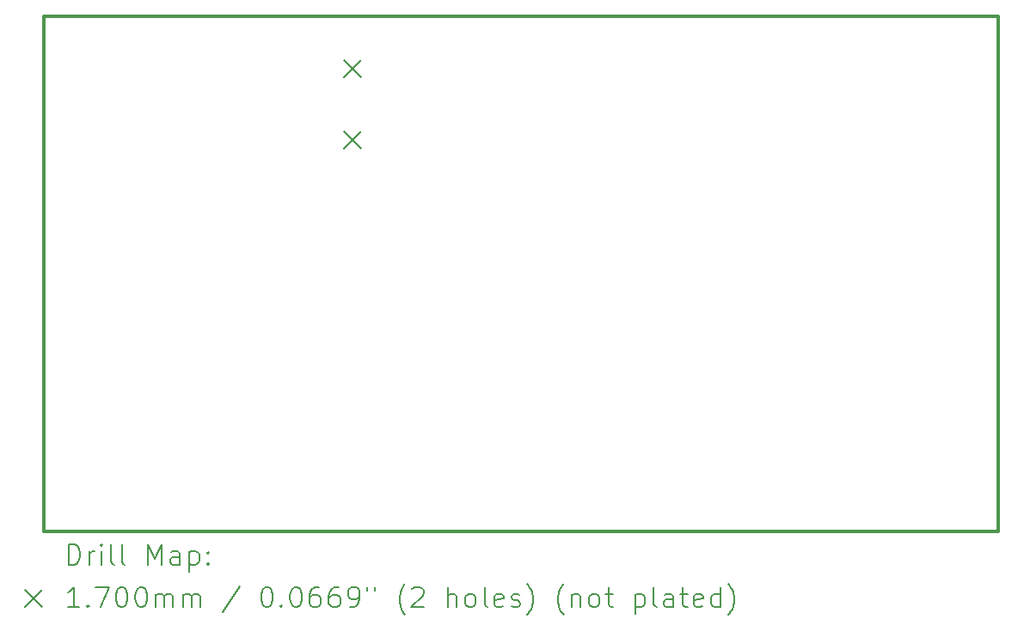
<source format=gbr>
%TF.GenerationSoftware,KiCad,Pcbnew,6.0.11+dfsg-1*%
%TF.CreationDate,2023-03-29T14:33:05+02:00*%
%TF.ProjectId,ulx3s,756c7833-732e-46b6-9963-61645f706362,v3.1.8*%
%TF.SameCoordinates,Original*%
%TF.FileFunction,Drillmap*%
%TF.FilePolarity,Positive*%
%FSLAX45Y45*%
G04 Gerber Fmt 4.5, Leading zero omitted, Abs format (unit mm)*
G04 Created by KiCad (PCBNEW 6.0.11+dfsg-1) date 2023-03-29 14:33:05*
%MOMM*%
%LPD*%
G01*
G04 APERTURE LIST*
%ADD10C,0.300000*%
%ADD11C,0.200000*%
%ADD12C,0.170000*%
G04 APERTURE END LIST*
D10*
X18808000Y-11222000D02*
X18808000Y-6142000D01*
X9410000Y-6142000D02*
X9410000Y-11222000D01*
X18808000Y-6142000D02*
X9410000Y-6142000D01*
X9410000Y-11222000D02*
X18808000Y-11222000D01*
D11*
D12*
X12361800Y-6575000D02*
X12531800Y-6745000D01*
X12531800Y-6575000D02*
X12361800Y-6745000D01*
X12361800Y-7275000D02*
X12531800Y-7445000D01*
X12531800Y-7275000D02*
X12361800Y-7445000D01*
D11*
X9652619Y-11547476D02*
X9652619Y-11347476D01*
X9700238Y-11347476D01*
X9728810Y-11357000D01*
X9747857Y-11376048D01*
X9757381Y-11395095D01*
X9766905Y-11433190D01*
X9766905Y-11461762D01*
X9757381Y-11499857D01*
X9747857Y-11518905D01*
X9728810Y-11537952D01*
X9700238Y-11547476D01*
X9652619Y-11547476D01*
X9852619Y-11547476D02*
X9852619Y-11414143D01*
X9852619Y-11452238D02*
X9862143Y-11433190D01*
X9871667Y-11423667D01*
X9890714Y-11414143D01*
X9909762Y-11414143D01*
X9976429Y-11547476D02*
X9976429Y-11414143D01*
X9976429Y-11347476D02*
X9966905Y-11357000D01*
X9976429Y-11366524D01*
X9985952Y-11357000D01*
X9976429Y-11347476D01*
X9976429Y-11366524D01*
X10100238Y-11547476D02*
X10081190Y-11537952D01*
X10071667Y-11518905D01*
X10071667Y-11347476D01*
X10205000Y-11547476D02*
X10185952Y-11537952D01*
X10176429Y-11518905D01*
X10176429Y-11347476D01*
X10433571Y-11547476D02*
X10433571Y-11347476D01*
X10500238Y-11490333D01*
X10566905Y-11347476D01*
X10566905Y-11547476D01*
X10747857Y-11547476D02*
X10747857Y-11442714D01*
X10738333Y-11423667D01*
X10719286Y-11414143D01*
X10681190Y-11414143D01*
X10662143Y-11423667D01*
X10747857Y-11537952D02*
X10728810Y-11547476D01*
X10681190Y-11547476D01*
X10662143Y-11537952D01*
X10652619Y-11518905D01*
X10652619Y-11499857D01*
X10662143Y-11480809D01*
X10681190Y-11471286D01*
X10728810Y-11471286D01*
X10747857Y-11461762D01*
X10843095Y-11414143D02*
X10843095Y-11614143D01*
X10843095Y-11423667D02*
X10862143Y-11414143D01*
X10900238Y-11414143D01*
X10919286Y-11423667D01*
X10928810Y-11433190D01*
X10938333Y-11452238D01*
X10938333Y-11509381D01*
X10928810Y-11528428D01*
X10919286Y-11537952D01*
X10900238Y-11547476D01*
X10862143Y-11547476D01*
X10843095Y-11537952D01*
X11024048Y-11528428D02*
X11033571Y-11537952D01*
X11024048Y-11547476D01*
X11014524Y-11537952D01*
X11024048Y-11528428D01*
X11024048Y-11547476D01*
X11024048Y-11423667D02*
X11033571Y-11433190D01*
X11024048Y-11442714D01*
X11014524Y-11433190D01*
X11024048Y-11423667D01*
X11024048Y-11442714D01*
D12*
X9225000Y-11792000D02*
X9395000Y-11962000D01*
X9395000Y-11792000D02*
X9225000Y-11962000D01*
D11*
X9757381Y-11967476D02*
X9643095Y-11967476D01*
X9700238Y-11967476D02*
X9700238Y-11767476D01*
X9681190Y-11796048D01*
X9662143Y-11815095D01*
X9643095Y-11824619D01*
X9843095Y-11948428D02*
X9852619Y-11957952D01*
X9843095Y-11967476D01*
X9833571Y-11957952D01*
X9843095Y-11948428D01*
X9843095Y-11967476D01*
X9919286Y-11767476D02*
X10052619Y-11767476D01*
X9966905Y-11967476D01*
X10166905Y-11767476D02*
X10185952Y-11767476D01*
X10205000Y-11777000D01*
X10214524Y-11786524D01*
X10224048Y-11805571D01*
X10233571Y-11843667D01*
X10233571Y-11891286D01*
X10224048Y-11929381D01*
X10214524Y-11948428D01*
X10205000Y-11957952D01*
X10185952Y-11967476D01*
X10166905Y-11967476D01*
X10147857Y-11957952D01*
X10138333Y-11948428D01*
X10128810Y-11929381D01*
X10119286Y-11891286D01*
X10119286Y-11843667D01*
X10128810Y-11805571D01*
X10138333Y-11786524D01*
X10147857Y-11777000D01*
X10166905Y-11767476D01*
X10357381Y-11767476D02*
X10376429Y-11767476D01*
X10395476Y-11777000D01*
X10405000Y-11786524D01*
X10414524Y-11805571D01*
X10424048Y-11843667D01*
X10424048Y-11891286D01*
X10414524Y-11929381D01*
X10405000Y-11948428D01*
X10395476Y-11957952D01*
X10376429Y-11967476D01*
X10357381Y-11967476D01*
X10338333Y-11957952D01*
X10328810Y-11948428D01*
X10319286Y-11929381D01*
X10309762Y-11891286D01*
X10309762Y-11843667D01*
X10319286Y-11805571D01*
X10328810Y-11786524D01*
X10338333Y-11777000D01*
X10357381Y-11767476D01*
X10509762Y-11967476D02*
X10509762Y-11834143D01*
X10509762Y-11853190D02*
X10519286Y-11843667D01*
X10538333Y-11834143D01*
X10566905Y-11834143D01*
X10585952Y-11843667D01*
X10595476Y-11862714D01*
X10595476Y-11967476D01*
X10595476Y-11862714D02*
X10605000Y-11843667D01*
X10624048Y-11834143D01*
X10652619Y-11834143D01*
X10671667Y-11843667D01*
X10681190Y-11862714D01*
X10681190Y-11967476D01*
X10776429Y-11967476D02*
X10776429Y-11834143D01*
X10776429Y-11853190D02*
X10785952Y-11843667D01*
X10805000Y-11834143D01*
X10833571Y-11834143D01*
X10852619Y-11843667D01*
X10862143Y-11862714D01*
X10862143Y-11967476D01*
X10862143Y-11862714D02*
X10871667Y-11843667D01*
X10890714Y-11834143D01*
X10919286Y-11834143D01*
X10938333Y-11843667D01*
X10947857Y-11862714D01*
X10947857Y-11967476D01*
X11338333Y-11757952D02*
X11166905Y-12015095D01*
X11595476Y-11767476D02*
X11614524Y-11767476D01*
X11633571Y-11777000D01*
X11643095Y-11786524D01*
X11652619Y-11805571D01*
X11662143Y-11843667D01*
X11662143Y-11891286D01*
X11652619Y-11929381D01*
X11643095Y-11948428D01*
X11633571Y-11957952D01*
X11614524Y-11967476D01*
X11595476Y-11967476D01*
X11576428Y-11957952D01*
X11566905Y-11948428D01*
X11557381Y-11929381D01*
X11547857Y-11891286D01*
X11547857Y-11843667D01*
X11557381Y-11805571D01*
X11566905Y-11786524D01*
X11576428Y-11777000D01*
X11595476Y-11767476D01*
X11747857Y-11948428D02*
X11757381Y-11957952D01*
X11747857Y-11967476D01*
X11738333Y-11957952D01*
X11747857Y-11948428D01*
X11747857Y-11967476D01*
X11881190Y-11767476D02*
X11900238Y-11767476D01*
X11919286Y-11777000D01*
X11928809Y-11786524D01*
X11938333Y-11805571D01*
X11947857Y-11843667D01*
X11947857Y-11891286D01*
X11938333Y-11929381D01*
X11928809Y-11948428D01*
X11919286Y-11957952D01*
X11900238Y-11967476D01*
X11881190Y-11967476D01*
X11862143Y-11957952D01*
X11852619Y-11948428D01*
X11843095Y-11929381D01*
X11833571Y-11891286D01*
X11833571Y-11843667D01*
X11843095Y-11805571D01*
X11852619Y-11786524D01*
X11862143Y-11777000D01*
X11881190Y-11767476D01*
X12119286Y-11767476D02*
X12081190Y-11767476D01*
X12062143Y-11777000D01*
X12052619Y-11786524D01*
X12033571Y-11815095D01*
X12024048Y-11853190D01*
X12024048Y-11929381D01*
X12033571Y-11948428D01*
X12043095Y-11957952D01*
X12062143Y-11967476D01*
X12100238Y-11967476D01*
X12119286Y-11957952D01*
X12128809Y-11948428D01*
X12138333Y-11929381D01*
X12138333Y-11881762D01*
X12128809Y-11862714D01*
X12119286Y-11853190D01*
X12100238Y-11843667D01*
X12062143Y-11843667D01*
X12043095Y-11853190D01*
X12033571Y-11862714D01*
X12024048Y-11881762D01*
X12309762Y-11767476D02*
X12271667Y-11767476D01*
X12252619Y-11777000D01*
X12243095Y-11786524D01*
X12224048Y-11815095D01*
X12214524Y-11853190D01*
X12214524Y-11929381D01*
X12224048Y-11948428D01*
X12233571Y-11957952D01*
X12252619Y-11967476D01*
X12290714Y-11967476D01*
X12309762Y-11957952D01*
X12319286Y-11948428D01*
X12328809Y-11929381D01*
X12328809Y-11881762D01*
X12319286Y-11862714D01*
X12309762Y-11853190D01*
X12290714Y-11843667D01*
X12252619Y-11843667D01*
X12233571Y-11853190D01*
X12224048Y-11862714D01*
X12214524Y-11881762D01*
X12424048Y-11967476D02*
X12462143Y-11967476D01*
X12481190Y-11957952D01*
X12490714Y-11948428D01*
X12509762Y-11919857D01*
X12519286Y-11881762D01*
X12519286Y-11805571D01*
X12509762Y-11786524D01*
X12500238Y-11777000D01*
X12481190Y-11767476D01*
X12443095Y-11767476D01*
X12424048Y-11777000D01*
X12414524Y-11786524D01*
X12405000Y-11805571D01*
X12405000Y-11853190D01*
X12414524Y-11872238D01*
X12424048Y-11881762D01*
X12443095Y-11891286D01*
X12481190Y-11891286D01*
X12500238Y-11881762D01*
X12509762Y-11872238D01*
X12519286Y-11853190D01*
X12595476Y-11767476D02*
X12595476Y-11805571D01*
X12671667Y-11767476D02*
X12671667Y-11805571D01*
X12966905Y-12043667D02*
X12957381Y-12034143D01*
X12938333Y-12005571D01*
X12928809Y-11986524D01*
X12919286Y-11957952D01*
X12909762Y-11910333D01*
X12909762Y-11872238D01*
X12919286Y-11824619D01*
X12928809Y-11796048D01*
X12938333Y-11777000D01*
X12957381Y-11748428D01*
X12966905Y-11738905D01*
X13033571Y-11786524D02*
X13043095Y-11777000D01*
X13062143Y-11767476D01*
X13109762Y-11767476D01*
X13128809Y-11777000D01*
X13138333Y-11786524D01*
X13147857Y-11805571D01*
X13147857Y-11824619D01*
X13138333Y-11853190D01*
X13024048Y-11967476D01*
X13147857Y-11967476D01*
X13385952Y-11967476D02*
X13385952Y-11767476D01*
X13471667Y-11967476D02*
X13471667Y-11862714D01*
X13462143Y-11843667D01*
X13443095Y-11834143D01*
X13414524Y-11834143D01*
X13395476Y-11843667D01*
X13385952Y-11853190D01*
X13595476Y-11967476D02*
X13576428Y-11957952D01*
X13566905Y-11948428D01*
X13557381Y-11929381D01*
X13557381Y-11872238D01*
X13566905Y-11853190D01*
X13576428Y-11843667D01*
X13595476Y-11834143D01*
X13624048Y-11834143D01*
X13643095Y-11843667D01*
X13652619Y-11853190D01*
X13662143Y-11872238D01*
X13662143Y-11929381D01*
X13652619Y-11948428D01*
X13643095Y-11957952D01*
X13624048Y-11967476D01*
X13595476Y-11967476D01*
X13776428Y-11967476D02*
X13757381Y-11957952D01*
X13747857Y-11938905D01*
X13747857Y-11767476D01*
X13928809Y-11957952D02*
X13909762Y-11967476D01*
X13871667Y-11967476D01*
X13852619Y-11957952D01*
X13843095Y-11938905D01*
X13843095Y-11862714D01*
X13852619Y-11843667D01*
X13871667Y-11834143D01*
X13909762Y-11834143D01*
X13928809Y-11843667D01*
X13938333Y-11862714D01*
X13938333Y-11881762D01*
X13843095Y-11900809D01*
X14014524Y-11957952D02*
X14033571Y-11967476D01*
X14071667Y-11967476D01*
X14090714Y-11957952D01*
X14100238Y-11938905D01*
X14100238Y-11929381D01*
X14090714Y-11910333D01*
X14071667Y-11900809D01*
X14043095Y-11900809D01*
X14024048Y-11891286D01*
X14014524Y-11872238D01*
X14014524Y-11862714D01*
X14024048Y-11843667D01*
X14043095Y-11834143D01*
X14071667Y-11834143D01*
X14090714Y-11843667D01*
X14166905Y-12043667D02*
X14176428Y-12034143D01*
X14195476Y-12005571D01*
X14205000Y-11986524D01*
X14214524Y-11957952D01*
X14224048Y-11910333D01*
X14224048Y-11872238D01*
X14214524Y-11824619D01*
X14205000Y-11796048D01*
X14195476Y-11777000D01*
X14176428Y-11748428D01*
X14166905Y-11738905D01*
X14528809Y-12043667D02*
X14519286Y-12034143D01*
X14500238Y-12005571D01*
X14490714Y-11986524D01*
X14481190Y-11957952D01*
X14471667Y-11910333D01*
X14471667Y-11872238D01*
X14481190Y-11824619D01*
X14490714Y-11796048D01*
X14500238Y-11777000D01*
X14519286Y-11748428D01*
X14528809Y-11738905D01*
X14605000Y-11834143D02*
X14605000Y-11967476D01*
X14605000Y-11853190D02*
X14614524Y-11843667D01*
X14633571Y-11834143D01*
X14662143Y-11834143D01*
X14681190Y-11843667D01*
X14690714Y-11862714D01*
X14690714Y-11967476D01*
X14814524Y-11967476D02*
X14795476Y-11957952D01*
X14785952Y-11948428D01*
X14776428Y-11929381D01*
X14776428Y-11872238D01*
X14785952Y-11853190D01*
X14795476Y-11843667D01*
X14814524Y-11834143D01*
X14843095Y-11834143D01*
X14862143Y-11843667D01*
X14871667Y-11853190D01*
X14881190Y-11872238D01*
X14881190Y-11929381D01*
X14871667Y-11948428D01*
X14862143Y-11957952D01*
X14843095Y-11967476D01*
X14814524Y-11967476D01*
X14938333Y-11834143D02*
X15014524Y-11834143D01*
X14966905Y-11767476D02*
X14966905Y-11938905D01*
X14976428Y-11957952D01*
X14995476Y-11967476D01*
X15014524Y-11967476D01*
X15233571Y-11834143D02*
X15233571Y-12034143D01*
X15233571Y-11843667D02*
X15252619Y-11834143D01*
X15290714Y-11834143D01*
X15309762Y-11843667D01*
X15319286Y-11853190D01*
X15328809Y-11872238D01*
X15328809Y-11929381D01*
X15319286Y-11948428D01*
X15309762Y-11957952D01*
X15290714Y-11967476D01*
X15252619Y-11967476D01*
X15233571Y-11957952D01*
X15443095Y-11967476D02*
X15424048Y-11957952D01*
X15414524Y-11938905D01*
X15414524Y-11767476D01*
X15605000Y-11967476D02*
X15605000Y-11862714D01*
X15595476Y-11843667D01*
X15576428Y-11834143D01*
X15538333Y-11834143D01*
X15519286Y-11843667D01*
X15605000Y-11957952D02*
X15585952Y-11967476D01*
X15538333Y-11967476D01*
X15519286Y-11957952D01*
X15509762Y-11938905D01*
X15509762Y-11919857D01*
X15519286Y-11900809D01*
X15538333Y-11891286D01*
X15585952Y-11891286D01*
X15605000Y-11881762D01*
X15671667Y-11834143D02*
X15747857Y-11834143D01*
X15700238Y-11767476D02*
X15700238Y-11938905D01*
X15709762Y-11957952D01*
X15728809Y-11967476D01*
X15747857Y-11967476D01*
X15890714Y-11957952D02*
X15871667Y-11967476D01*
X15833571Y-11967476D01*
X15814524Y-11957952D01*
X15805000Y-11938905D01*
X15805000Y-11862714D01*
X15814524Y-11843667D01*
X15833571Y-11834143D01*
X15871667Y-11834143D01*
X15890714Y-11843667D01*
X15900238Y-11862714D01*
X15900238Y-11881762D01*
X15805000Y-11900809D01*
X16071667Y-11967476D02*
X16071667Y-11767476D01*
X16071667Y-11957952D02*
X16052619Y-11967476D01*
X16014524Y-11967476D01*
X15995476Y-11957952D01*
X15985952Y-11948428D01*
X15976428Y-11929381D01*
X15976428Y-11872238D01*
X15985952Y-11853190D01*
X15995476Y-11843667D01*
X16014524Y-11834143D01*
X16052619Y-11834143D01*
X16071667Y-11843667D01*
X16147857Y-12043667D02*
X16157381Y-12034143D01*
X16176428Y-12005571D01*
X16185952Y-11986524D01*
X16195476Y-11957952D01*
X16205000Y-11910333D01*
X16205000Y-11872238D01*
X16195476Y-11824619D01*
X16185952Y-11796048D01*
X16176428Y-11777000D01*
X16157381Y-11748428D01*
X16147857Y-11738905D01*
M02*

</source>
